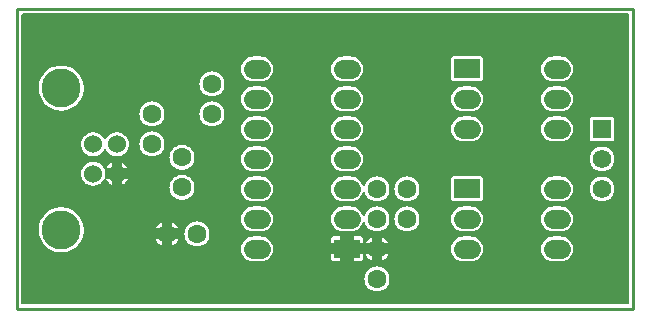
<source format=gbr>
G04 Layer: BottomLayer*
G04 EasyEDA v6.4.31, 2022-01-30 11:41:32*
G04 57c3575010554ef89b770c7f971d9fae,8da0b385d4f3487c845ab04df2d2fc66,10*
G04 Gerber Generator version 0.2*
G04 Scale: 100 percent, Rotated: No, Reflected: No *
G04 Dimensions in millimeters *
G04 leading zeros omitted , absolute positions ,4 integer and 5 decimal *
%FSLAX45Y45*%
%MOMM*%

%ADD10C,0.2540*%
%ADD11C,1.6000*%
%ADD12C,1.5748*%
%ADD13R,1.5748X1.5748*%
%ADD14R,2.2000X1.6000*%
%ADD15C,1.5240*%
%ADD16C,3.3000*%

%LPD*%
G36*
X48260Y38100D02*
G01*
X44348Y38862D01*
X41097Y41097D01*
X38862Y44348D01*
X38100Y48260D01*
X38100Y2491740D01*
X38862Y2495651D01*
X41097Y2498902D01*
X44348Y2501138D01*
X48260Y2501900D01*
X5171440Y2501900D01*
X5175351Y2501138D01*
X5178602Y2498902D01*
X5180838Y2495651D01*
X5181600Y2491740D01*
X5181600Y48260D01*
X5180838Y44348D01*
X5178602Y41097D01*
X5175351Y38862D01*
X5171440Y38100D01*
G37*

%LPC*%
G36*
X3048000Y148132D02*
G01*
X3061817Y148996D01*
X3075381Y151739D01*
X3088538Y156159D01*
X3100933Y162306D01*
X3112465Y169976D01*
X3122879Y179120D01*
X3132023Y189534D01*
X3139694Y201066D01*
X3145840Y213461D01*
X3150260Y226618D01*
X3153003Y240182D01*
X3153867Y254000D01*
X3153003Y267817D01*
X3150260Y281381D01*
X3145840Y294538D01*
X3139694Y306933D01*
X3132023Y318465D01*
X3122879Y328879D01*
X3112465Y338023D01*
X3100933Y345694D01*
X3088538Y351840D01*
X3075381Y356260D01*
X3061817Y359003D01*
X3048000Y359867D01*
X3034182Y359003D01*
X3020618Y356260D01*
X3007461Y351840D01*
X2995066Y345694D01*
X2983534Y338023D01*
X2973120Y328879D01*
X2963976Y318465D01*
X2956306Y306933D01*
X2950159Y294538D01*
X2945739Y281381D01*
X2942996Y267817D01*
X2942132Y254000D01*
X2942996Y240182D01*
X2945739Y226618D01*
X2950159Y213461D01*
X2956306Y201066D01*
X2963976Y189534D01*
X2973120Y179120D01*
X2983534Y169976D01*
X2995066Y162306D01*
X3007461Y156159D01*
X3020618Y151739D01*
X3034182Y148996D01*
G37*
G36*
X2855366Y402082D02*
G01*
X2903423Y402082D01*
X2909773Y402793D01*
X2915208Y404723D01*
X2920136Y407771D01*
X2924200Y411886D01*
X2927299Y416763D01*
X2929178Y422249D01*
X2929890Y428548D01*
X2929890Y461670D01*
X2855366Y461670D01*
G37*
G36*
X2684576Y402082D02*
G01*
X2732633Y402082D01*
X2732633Y461670D01*
X2658110Y461670D01*
X2658110Y428548D01*
X2658821Y422249D01*
X2660700Y416763D01*
X2663799Y411886D01*
X2667863Y407771D01*
X2672791Y404723D01*
X2678226Y402793D01*
G37*
G36*
X2002332Y402082D02*
G01*
X2061667Y402082D01*
X2075840Y402996D01*
X2089404Y405739D01*
X2102510Y410159D01*
X2114956Y416306D01*
X2126437Y423976D01*
X2136851Y433120D01*
X2145995Y443534D01*
X2153716Y455066D01*
X2159812Y467461D01*
X2164283Y480618D01*
X2166975Y494182D01*
X2167890Y508000D01*
X2166975Y521817D01*
X2164283Y535381D01*
X2159812Y548538D01*
X2153716Y560933D01*
X2145995Y572465D01*
X2136851Y582879D01*
X2126437Y592023D01*
X2114956Y599694D01*
X2102510Y605840D01*
X2089404Y610260D01*
X2075840Y613003D01*
X2061667Y613918D01*
X2002332Y613918D01*
X1988159Y613003D01*
X1974596Y610260D01*
X1961489Y605840D01*
X1949043Y599694D01*
X1937562Y592023D01*
X1927148Y582879D01*
X1918004Y572465D01*
X1910283Y560933D01*
X1904187Y548538D01*
X1899716Y535381D01*
X1897024Y521817D01*
X1896110Y508000D01*
X1897024Y494182D01*
X1899716Y480618D01*
X1904187Y467461D01*
X1910283Y455066D01*
X1918004Y443534D01*
X1927148Y433120D01*
X1937562Y423976D01*
X1949043Y416306D01*
X1961489Y410159D01*
X1974596Y405739D01*
X1988159Y402996D01*
G37*
G36*
X3780332Y402082D02*
G01*
X3839667Y402082D01*
X3853840Y402996D01*
X3867404Y405739D01*
X3880510Y410159D01*
X3892956Y416306D01*
X3904437Y423976D01*
X3914851Y433120D01*
X3923995Y443534D01*
X3931716Y455066D01*
X3937812Y467461D01*
X3942283Y480618D01*
X3944975Y494182D01*
X3945890Y508000D01*
X3944975Y521817D01*
X3942283Y535381D01*
X3937812Y548538D01*
X3931716Y560933D01*
X3923995Y572465D01*
X3914851Y582879D01*
X3904437Y592023D01*
X3892956Y599694D01*
X3880510Y605840D01*
X3867404Y610260D01*
X3853840Y613003D01*
X3839667Y613918D01*
X3780332Y613918D01*
X3766159Y613003D01*
X3752596Y610260D01*
X3739489Y605840D01*
X3727043Y599694D01*
X3715562Y592023D01*
X3705148Y582879D01*
X3696004Y572465D01*
X3688283Y560933D01*
X3682187Y548538D01*
X3677716Y535381D01*
X3675024Y521817D01*
X3674110Y508000D01*
X3675024Y494182D01*
X3677716Y480618D01*
X3682187Y467461D01*
X3688283Y455066D01*
X3696004Y443534D01*
X3705148Y433120D01*
X3715562Y423976D01*
X3727043Y416306D01*
X3739489Y410159D01*
X3752596Y405739D01*
X3766159Y402996D01*
G37*
G36*
X4542332Y402082D02*
G01*
X4601667Y402082D01*
X4615840Y402996D01*
X4629404Y405739D01*
X4642510Y410159D01*
X4654956Y416306D01*
X4666437Y423976D01*
X4676851Y433120D01*
X4685995Y443534D01*
X4693716Y455066D01*
X4699812Y467461D01*
X4704283Y480618D01*
X4706975Y494182D01*
X4707890Y508000D01*
X4706975Y521817D01*
X4704283Y535381D01*
X4699812Y548538D01*
X4693716Y560933D01*
X4685995Y572465D01*
X4676851Y582879D01*
X4666437Y592023D01*
X4654956Y599694D01*
X4642510Y605840D01*
X4629404Y610260D01*
X4615840Y613003D01*
X4601667Y613918D01*
X4542332Y613918D01*
X4528159Y613003D01*
X4514596Y610260D01*
X4501489Y605840D01*
X4489043Y599694D01*
X4477562Y592023D01*
X4467148Y582879D01*
X4458004Y572465D01*
X4450283Y560933D01*
X4444187Y548538D01*
X4439716Y535381D01*
X4437024Y521817D01*
X4436110Y508000D01*
X4437024Y494182D01*
X4439716Y480618D01*
X4444187Y467461D01*
X4450283Y455066D01*
X4458004Y443534D01*
X4467148Y433120D01*
X4477562Y423976D01*
X4489043Y416306D01*
X4501489Y410159D01*
X4514596Y405739D01*
X4528159Y402996D01*
G37*
G36*
X3001670Y413054D02*
G01*
X3001670Y461670D01*
X2953054Y461670D01*
X2956306Y455066D01*
X2963976Y443534D01*
X2973120Y433120D01*
X2983534Y423976D01*
X2995066Y416306D01*
G37*
G36*
X3094329Y413054D02*
G01*
X3100933Y416306D01*
X3112465Y423976D01*
X3122879Y433120D01*
X3132023Y443534D01*
X3139694Y455066D01*
X3142945Y461670D01*
X3094329Y461670D01*
G37*
G36*
X364591Y479348D02*
G01*
X383590Y479348D01*
X402539Y481228D01*
X421182Y485038D01*
X439369Y490626D01*
X456946Y498043D01*
X473659Y507136D01*
X489356Y517855D01*
X503935Y530098D01*
X517245Y543712D01*
X529082Y558596D01*
X539394Y574548D01*
X548081Y591515D01*
X555040Y609193D01*
X560222Y627532D01*
X563524Y646277D01*
X564946Y665226D01*
X564438Y684276D01*
X562102Y703173D01*
X557834Y721715D01*
X551789Y739749D01*
X543966Y757072D01*
X534466Y773582D01*
X523341Y789025D01*
X510743Y803300D01*
X496824Y816254D01*
X481634Y827735D01*
X465378Y837641D01*
X448259Y845921D01*
X430377Y852424D01*
X411937Y857097D01*
X393090Y859942D01*
X374091Y860907D01*
X355092Y859942D01*
X336296Y857097D01*
X317804Y852424D01*
X299923Y845921D01*
X282803Y837641D01*
X266547Y827735D01*
X251409Y816254D01*
X237439Y803300D01*
X224840Y789025D01*
X213715Y773582D01*
X204216Y757072D01*
X196392Y739749D01*
X190347Y721715D01*
X186080Y703173D01*
X183743Y684276D01*
X183235Y665226D01*
X184658Y646277D01*
X188010Y627532D01*
X193141Y609193D01*
X200101Y591515D01*
X208788Y574548D01*
X219100Y558596D01*
X230987Y543712D01*
X244246Y530098D01*
X258825Y517855D01*
X274574Y507136D01*
X291287Y498043D01*
X308813Y490626D01*
X326999Y485038D01*
X345643Y481228D01*
G37*
G36*
X1524000Y529132D02*
G01*
X1537817Y529996D01*
X1551381Y532739D01*
X1564538Y537159D01*
X1576933Y543306D01*
X1588465Y550976D01*
X1598879Y560120D01*
X1608023Y570534D01*
X1615694Y582066D01*
X1621840Y594461D01*
X1626260Y607618D01*
X1629003Y621182D01*
X1629867Y635000D01*
X1629003Y648817D01*
X1626260Y662381D01*
X1621840Y675538D01*
X1615694Y687933D01*
X1608023Y699465D01*
X1598879Y709879D01*
X1588465Y719023D01*
X1576933Y726694D01*
X1564538Y732840D01*
X1551381Y737260D01*
X1537817Y740003D01*
X1524000Y740867D01*
X1510182Y740003D01*
X1496618Y737260D01*
X1483461Y732840D01*
X1471066Y726694D01*
X1459534Y719023D01*
X1449120Y709879D01*
X1439976Y699465D01*
X1432306Y687933D01*
X1426159Y675538D01*
X1421739Y662381D01*
X1418996Y648817D01*
X1418132Y635000D01*
X1418996Y621182D01*
X1421739Y607618D01*
X1426159Y594461D01*
X1432306Y582066D01*
X1439976Y570534D01*
X1449120Y560120D01*
X1459534Y550976D01*
X1471066Y543306D01*
X1483461Y537159D01*
X1496618Y532739D01*
X1510182Y529996D01*
G37*
G36*
X1316329Y540054D02*
G01*
X1322933Y543306D01*
X1334465Y550976D01*
X1344879Y560120D01*
X1354023Y570534D01*
X1361694Y582066D01*
X1364945Y588670D01*
X1316329Y588670D01*
G37*
G36*
X1223670Y540054D02*
G01*
X1223670Y588670D01*
X1175054Y588670D01*
X1178306Y582066D01*
X1185976Y570534D01*
X1195120Y560120D01*
X1205534Y550976D01*
X1217066Y543306D01*
G37*
G36*
X2953054Y554329D02*
G01*
X3001670Y554329D01*
X3001670Y602945D01*
X2995066Y599694D01*
X2983534Y592023D01*
X2973120Y582879D01*
X2963976Y572465D01*
X2956306Y560933D01*
G37*
G36*
X3094329Y554329D02*
G01*
X3142945Y554329D01*
X3139694Y560933D01*
X3132023Y572465D01*
X3122879Y582879D01*
X3112465Y592023D01*
X3100933Y599694D01*
X3094329Y602945D01*
G37*
G36*
X2658110Y554329D02*
G01*
X2732633Y554329D01*
X2732633Y613918D01*
X2684576Y613918D01*
X2678226Y613206D01*
X2672791Y611276D01*
X2667863Y608228D01*
X2663799Y604113D01*
X2660700Y599236D01*
X2658821Y593750D01*
X2658110Y587451D01*
G37*
G36*
X2855366Y554329D02*
G01*
X2929890Y554329D01*
X2929890Y587451D01*
X2929178Y593750D01*
X2927299Y599236D01*
X2924200Y604113D01*
X2920136Y608228D01*
X2915208Y611276D01*
X2909773Y613206D01*
X2903423Y613918D01*
X2855366Y613918D01*
G37*
G36*
X2002332Y656082D02*
G01*
X2061667Y656082D01*
X2075840Y656996D01*
X2089404Y659739D01*
X2102510Y664159D01*
X2114956Y670306D01*
X2126437Y677976D01*
X2136851Y687120D01*
X2145995Y697534D01*
X2153716Y709066D01*
X2159812Y721461D01*
X2164283Y734618D01*
X2166975Y748182D01*
X2167890Y762000D01*
X2166975Y775817D01*
X2164283Y789381D01*
X2159812Y802538D01*
X2153716Y814933D01*
X2145995Y826465D01*
X2136851Y836879D01*
X2126437Y846023D01*
X2114956Y853694D01*
X2102510Y859840D01*
X2089404Y864260D01*
X2075840Y867003D01*
X2061667Y867918D01*
X2002332Y867918D01*
X1988159Y867003D01*
X1974596Y864260D01*
X1961489Y859840D01*
X1949043Y853694D01*
X1937562Y846023D01*
X1927148Y836879D01*
X1918004Y826465D01*
X1910283Y814933D01*
X1904187Y802538D01*
X1899716Y789381D01*
X1897024Y775817D01*
X1896110Y762000D01*
X1897024Y748182D01*
X1899716Y734618D01*
X1904187Y721461D01*
X1910283Y709066D01*
X1918004Y697534D01*
X1927148Y687120D01*
X1937562Y677976D01*
X1949043Y670306D01*
X1961489Y664159D01*
X1974596Y659739D01*
X1988159Y656996D01*
G37*
G36*
X3780332Y656082D02*
G01*
X3839667Y656082D01*
X3853840Y656996D01*
X3867404Y659739D01*
X3880510Y664159D01*
X3892956Y670306D01*
X3904437Y677976D01*
X3914851Y687120D01*
X3923995Y697534D01*
X3931716Y709066D01*
X3937812Y721461D01*
X3942283Y734618D01*
X3944975Y748182D01*
X3945890Y762000D01*
X3944975Y775817D01*
X3942283Y789381D01*
X3937812Y802538D01*
X3931716Y814933D01*
X3923995Y826465D01*
X3914851Y836879D01*
X3904437Y846023D01*
X3892956Y853694D01*
X3880510Y859840D01*
X3867404Y864260D01*
X3853840Y867003D01*
X3839667Y867918D01*
X3780332Y867918D01*
X3766159Y867003D01*
X3752596Y864260D01*
X3739489Y859840D01*
X3727043Y853694D01*
X3715562Y846023D01*
X3705148Y836879D01*
X3696004Y826465D01*
X3688283Y814933D01*
X3682187Y802538D01*
X3677716Y789381D01*
X3675024Y775817D01*
X3674110Y762000D01*
X3675024Y748182D01*
X3677716Y734618D01*
X3682187Y721461D01*
X3688283Y709066D01*
X3696004Y697534D01*
X3705148Y687120D01*
X3715562Y677976D01*
X3727043Y670306D01*
X3739489Y664159D01*
X3752596Y659739D01*
X3766159Y656996D01*
G37*
G36*
X4542332Y656082D02*
G01*
X4601667Y656082D01*
X4615840Y656996D01*
X4629404Y659739D01*
X4642510Y664159D01*
X4654956Y670306D01*
X4666437Y677976D01*
X4676851Y687120D01*
X4685995Y697534D01*
X4693716Y709066D01*
X4699812Y721461D01*
X4704283Y734618D01*
X4706975Y748182D01*
X4707890Y762000D01*
X4706975Y775817D01*
X4704283Y789381D01*
X4699812Y802538D01*
X4693716Y814933D01*
X4685995Y826465D01*
X4676851Y836879D01*
X4666437Y846023D01*
X4654956Y853694D01*
X4642510Y859840D01*
X4629404Y864260D01*
X4615840Y867003D01*
X4601667Y867918D01*
X4542332Y867918D01*
X4528159Y867003D01*
X4514596Y864260D01*
X4501489Y859840D01*
X4489043Y853694D01*
X4477562Y846023D01*
X4467148Y836879D01*
X4458004Y826465D01*
X4450283Y814933D01*
X4444187Y802538D01*
X4439716Y789381D01*
X4437024Y775817D01*
X4436110Y762000D01*
X4437024Y748182D01*
X4439716Y734618D01*
X4444187Y721461D01*
X4450283Y709066D01*
X4458004Y697534D01*
X4467148Y687120D01*
X4477562Y677976D01*
X4489043Y670306D01*
X4501489Y664159D01*
X4514596Y659739D01*
X4528159Y656996D01*
G37*
G36*
X2764332Y656082D02*
G01*
X2823667Y656082D01*
X2837840Y656996D01*
X2851404Y659739D01*
X2864510Y664159D01*
X2876956Y670306D01*
X2888437Y677976D01*
X2898851Y687120D01*
X2907995Y697534D01*
X2915716Y709066D01*
X2921812Y721461D01*
X2926384Y734872D01*
X2928518Y738479D01*
X2931922Y740918D01*
X2935986Y741781D01*
X2940100Y740918D01*
X2943504Y738479D01*
X2945638Y734872D01*
X2950159Y721461D01*
X2956306Y709066D01*
X2963976Y697534D01*
X2973120Y687120D01*
X2983534Y677976D01*
X2995066Y670306D01*
X3007461Y664159D01*
X3020618Y659739D01*
X3034182Y656996D01*
X3048000Y656132D01*
X3061817Y656996D01*
X3075381Y659739D01*
X3088538Y664159D01*
X3100933Y670306D01*
X3112465Y677976D01*
X3122879Y687120D01*
X3132023Y697534D01*
X3139694Y709066D01*
X3145840Y721461D01*
X3150260Y734618D01*
X3153003Y748182D01*
X3153867Y762000D01*
X3153003Y775817D01*
X3150260Y789381D01*
X3145840Y802538D01*
X3139694Y814933D01*
X3132023Y826465D01*
X3122879Y836879D01*
X3112465Y846023D01*
X3100933Y853694D01*
X3088538Y859840D01*
X3075381Y864260D01*
X3061817Y867003D01*
X3048000Y867867D01*
X3034182Y867003D01*
X3020618Y864260D01*
X3007461Y859840D01*
X2995066Y853694D01*
X2983534Y846023D01*
X2973120Y836879D01*
X2963976Y826465D01*
X2956306Y814933D01*
X2950159Y802538D01*
X2945638Y789127D01*
X2943504Y785520D01*
X2940100Y783082D01*
X2935986Y782218D01*
X2931922Y783082D01*
X2928518Y785520D01*
X2926384Y789127D01*
X2921812Y802538D01*
X2915716Y814933D01*
X2907995Y826465D01*
X2898851Y836879D01*
X2888437Y846023D01*
X2876956Y853694D01*
X2864510Y859840D01*
X2851404Y864260D01*
X2837840Y867003D01*
X2823667Y867918D01*
X2764332Y867918D01*
X2750159Y867003D01*
X2736596Y864260D01*
X2723489Y859840D01*
X2711043Y853694D01*
X2699562Y846023D01*
X2689148Y836879D01*
X2680004Y826465D01*
X2672283Y814933D01*
X2666187Y802538D01*
X2661716Y789381D01*
X2659024Y775817D01*
X2658110Y762000D01*
X2659024Y748182D01*
X2661716Y734618D01*
X2666187Y721461D01*
X2672283Y709066D01*
X2680004Y697534D01*
X2689148Y687120D01*
X2699562Y677976D01*
X2711043Y670306D01*
X2723489Y664159D01*
X2736596Y659739D01*
X2750159Y656996D01*
G37*
G36*
X3302000Y656132D02*
G01*
X3315817Y656996D01*
X3329381Y659739D01*
X3342538Y664159D01*
X3354933Y670306D01*
X3366465Y677976D01*
X3376879Y687120D01*
X3386023Y697534D01*
X3393694Y709066D01*
X3399840Y721461D01*
X3404260Y734618D01*
X3407003Y748182D01*
X3407867Y762000D01*
X3407003Y775817D01*
X3404260Y789381D01*
X3399840Y802538D01*
X3393694Y814933D01*
X3386023Y826465D01*
X3376879Y836879D01*
X3366465Y846023D01*
X3354933Y853694D01*
X3342538Y859840D01*
X3329381Y864260D01*
X3315817Y867003D01*
X3302000Y867867D01*
X3288182Y867003D01*
X3274618Y864260D01*
X3261461Y859840D01*
X3249066Y853694D01*
X3237534Y846023D01*
X3227120Y836879D01*
X3217976Y826465D01*
X3210306Y814933D01*
X3204159Y802538D01*
X3199739Y789381D01*
X3196996Y775817D01*
X3196132Y762000D01*
X3196996Y748182D01*
X3199739Y734618D01*
X3204159Y721461D01*
X3210306Y709066D01*
X3217976Y697534D01*
X3227120Y687120D01*
X3237534Y677976D01*
X3249066Y670306D01*
X3261461Y664159D01*
X3274618Y659739D01*
X3288182Y656996D01*
G37*
G36*
X1175054Y681329D02*
G01*
X1223670Y681329D01*
X1223670Y729945D01*
X1217066Y726694D01*
X1205534Y719023D01*
X1195120Y709879D01*
X1185976Y699465D01*
X1178306Y687933D01*
G37*
G36*
X1316329Y681329D02*
G01*
X1364945Y681329D01*
X1361694Y687933D01*
X1354023Y699465D01*
X1344879Y709879D01*
X1334465Y719023D01*
X1322933Y726694D01*
X1316329Y729945D01*
G37*
G36*
X2002332Y910082D02*
G01*
X2061667Y910082D01*
X2075840Y910996D01*
X2089404Y913739D01*
X2102510Y918159D01*
X2114956Y924306D01*
X2126437Y931976D01*
X2136851Y941120D01*
X2145995Y951534D01*
X2153716Y963066D01*
X2159812Y975461D01*
X2164283Y988618D01*
X2166975Y1002182D01*
X2167890Y1016000D01*
X2166975Y1029817D01*
X2164283Y1043381D01*
X2159812Y1056538D01*
X2153716Y1068933D01*
X2145995Y1080465D01*
X2136851Y1090879D01*
X2126437Y1100023D01*
X2114956Y1107694D01*
X2102510Y1113840D01*
X2089404Y1118260D01*
X2075840Y1121003D01*
X2061667Y1121918D01*
X2002332Y1121918D01*
X1988159Y1121003D01*
X1974596Y1118260D01*
X1961489Y1113840D01*
X1949043Y1107694D01*
X1937562Y1100023D01*
X1927148Y1090879D01*
X1918004Y1080465D01*
X1910283Y1068933D01*
X1904187Y1056538D01*
X1899716Y1043381D01*
X1897024Y1029817D01*
X1896110Y1016000D01*
X1897024Y1002182D01*
X1899716Y988618D01*
X1904187Y975461D01*
X1910283Y963066D01*
X1918004Y951534D01*
X1927148Y941120D01*
X1937562Y931976D01*
X1949043Y924306D01*
X1961489Y918159D01*
X1974596Y913739D01*
X1988159Y910996D01*
G37*
G36*
X4542332Y910082D02*
G01*
X4601667Y910082D01*
X4615840Y910996D01*
X4629404Y913739D01*
X4642510Y918159D01*
X4654956Y924306D01*
X4666437Y931976D01*
X4676851Y941120D01*
X4685995Y951534D01*
X4693716Y963066D01*
X4699812Y975461D01*
X4704283Y988618D01*
X4706975Y1002182D01*
X4707890Y1016000D01*
X4706975Y1029817D01*
X4704283Y1043381D01*
X4699812Y1056538D01*
X4693716Y1068933D01*
X4685995Y1080465D01*
X4676851Y1090879D01*
X4666437Y1100023D01*
X4654956Y1107694D01*
X4642510Y1113840D01*
X4629404Y1118260D01*
X4615840Y1121003D01*
X4601667Y1121918D01*
X4542332Y1121918D01*
X4528159Y1121003D01*
X4514596Y1118260D01*
X4501489Y1113840D01*
X4489043Y1107694D01*
X4477562Y1100023D01*
X4467148Y1090879D01*
X4458004Y1080465D01*
X4450283Y1068933D01*
X4444187Y1056538D01*
X4439716Y1043381D01*
X4437024Y1029817D01*
X4436110Y1016000D01*
X4437024Y1002182D01*
X4439716Y988618D01*
X4444187Y975461D01*
X4450283Y963066D01*
X4458004Y951534D01*
X4467148Y941120D01*
X4477562Y931976D01*
X4489043Y924306D01*
X4501489Y918159D01*
X4514596Y913739D01*
X4528159Y910996D01*
G37*
G36*
X3700576Y910082D02*
G01*
X3919423Y910082D01*
X3925773Y910793D01*
X3931208Y912723D01*
X3936136Y915771D01*
X3940200Y919886D01*
X3943299Y924763D01*
X3945178Y930249D01*
X3945890Y936548D01*
X3945890Y1095451D01*
X3945178Y1101750D01*
X3943299Y1107236D01*
X3940200Y1112113D01*
X3936136Y1116228D01*
X3931208Y1119276D01*
X3925773Y1121206D01*
X3919423Y1121918D01*
X3700576Y1121918D01*
X3694226Y1121206D01*
X3688791Y1119276D01*
X3683863Y1116228D01*
X3679799Y1112113D01*
X3676700Y1107236D01*
X3674821Y1101750D01*
X3674110Y1095451D01*
X3674110Y936548D01*
X3674821Y930249D01*
X3676700Y924763D01*
X3679799Y919886D01*
X3683863Y915771D01*
X3688791Y912723D01*
X3694226Y910793D01*
G37*
G36*
X2764332Y910082D02*
G01*
X2823667Y910082D01*
X2837840Y910996D01*
X2851404Y913739D01*
X2864510Y918159D01*
X2876956Y924306D01*
X2888437Y931976D01*
X2898851Y941120D01*
X2907995Y951534D01*
X2915716Y963066D01*
X2921812Y975461D01*
X2926384Y988872D01*
X2928518Y992479D01*
X2931922Y994918D01*
X2935986Y995781D01*
X2940100Y994918D01*
X2943504Y992479D01*
X2945638Y988872D01*
X2950159Y975461D01*
X2956306Y963066D01*
X2963976Y951534D01*
X2973120Y941120D01*
X2983534Y931976D01*
X2995066Y924306D01*
X3007461Y918159D01*
X3020618Y913739D01*
X3034182Y910996D01*
X3048000Y910132D01*
X3061817Y910996D01*
X3075381Y913739D01*
X3088538Y918159D01*
X3100933Y924306D01*
X3112465Y931976D01*
X3122879Y941120D01*
X3132023Y951534D01*
X3139694Y963066D01*
X3145840Y975461D01*
X3150260Y988618D01*
X3153003Y1002182D01*
X3153867Y1016000D01*
X3153003Y1029817D01*
X3150260Y1043381D01*
X3145840Y1056538D01*
X3139694Y1068933D01*
X3132023Y1080465D01*
X3122879Y1090879D01*
X3112465Y1100023D01*
X3100933Y1107694D01*
X3088538Y1113840D01*
X3075381Y1118260D01*
X3061817Y1121003D01*
X3048000Y1121867D01*
X3034182Y1121003D01*
X3020618Y1118260D01*
X3007461Y1113840D01*
X2995066Y1107694D01*
X2983534Y1100023D01*
X2973120Y1090879D01*
X2963976Y1080465D01*
X2956306Y1068933D01*
X2950159Y1056538D01*
X2945638Y1043127D01*
X2943504Y1039520D01*
X2940100Y1037082D01*
X2935986Y1036218D01*
X2931922Y1037082D01*
X2928518Y1039520D01*
X2926384Y1043127D01*
X2921812Y1056538D01*
X2915716Y1068933D01*
X2907995Y1080465D01*
X2898851Y1090879D01*
X2888437Y1100023D01*
X2876956Y1107694D01*
X2864510Y1113840D01*
X2851404Y1118260D01*
X2837840Y1121003D01*
X2823667Y1121918D01*
X2764332Y1121918D01*
X2750159Y1121003D01*
X2736596Y1118260D01*
X2723489Y1113840D01*
X2711043Y1107694D01*
X2699562Y1100023D01*
X2689148Y1090879D01*
X2680004Y1080465D01*
X2672283Y1068933D01*
X2666187Y1056538D01*
X2661716Y1043381D01*
X2659024Y1029817D01*
X2658110Y1016000D01*
X2659024Y1002182D01*
X2661716Y988618D01*
X2666187Y975461D01*
X2672283Y963066D01*
X2680004Y951534D01*
X2689148Y941120D01*
X2699562Y931976D01*
X2711043Y924306D01*
X2723489Y918159D01*
X2736596Y913739D01*
X2750159Y910996D01*
G37*
G36*
X3302000Y910132D02*
G01*
X3315817Y910996D01*
X3329381Y913739D01*
X3342538Y918159D01*
X3354933Y924306D01*
X3366465Y931976D01*
X3376879Y941120D01*
X3386023Y951534D01*
X3393694Y963066D01*
X3399840Y975461D01*
X3404260Y988618D01*
X3407003Y1002182D01*
X3407867Y1016000D01*
X3407003Y1029817D01*
X3404260Y1043381D01*
X3399840Y1056538D01*
X3393694Y1068933D01*
X3386023Y1080465D01*
X3376879Y1090879D01*
X3366465Y1100023D01*
X3354933Y1107694D01*
X3342538Y1113840D01*
X3329381Y1118260D01*
X3315817Y1121003D01*
X3302000Y1121867D01*
X3288182Y1121003D01*
X3274618Y1118260D01*
X3261461Y1113840D01*
X3249066Y1107694D01*
X3237534Y1100023D01*
X3227120Y1090879D01*
X3217976Y1080465D01*
X3210306Y1068933D01*
X3204159Y1056538D01*
X3199739Y1043381D01*
X3196996Y1029817D01*
X3196132Y1016000D01*
X3196996Y1002182D01*
X3199739Y988618D01*
X3204159Y975461D01*
X3210306Y963066D01*
X3217976Y951534D01*
X3227120Y941120D01*
X3237534Y931976D01*
X3249066Y924306D01*
X3261461Y918159D01*
X3274618Y913739D01*
X3288182Y910996D01*
G37*
G36*
X4953000Y911352D02*
G01*
X4966665Y912266D01*
X4980076Y914958D01*
X4993030Y919327D01*
X5005324Y925372D01*
X5016703Y932992D01*
X5026964Y942035D01*
X5036007Y952296D01*
X5043627Y963676D01*
X5049672Y975969D01*
X5054041Y988923D01*
X5056733Y1002334D01*
X5057648Y1016000D01*
X5056733Y1029665D01*
X5054041Y1043076D01*
X5049672Y1056030D01*
X5043627Y1068324D01*
X5036007Y1079703D01*
X5026964Y1089964D01*
X5016703Y1099007D01*
X5005324Y1106627D01*
X4993030Y1112672D01*
X4980076Y1117041D01*
X4966665Y1119733D01*
X4953000Y1120648D01*
X4939334Y1119733D01*
X4925923Y1117041D01*
X4912969Y1112672D01*
X4900676Y1106627D01*
X4889296Y1099007D01*
X4879035Y1089964D01*
X4869992Y1079703D01*
X4862372Y1068324D01*
X4856327Y1056030D01*
X4851958Y1043076D01*
X4849266Y1029665D01*
X4848352Y1016000D01*
X4849266Y1002334D01*
X4851958Y988923D01*
X4856327Y975969D01*
X4862372Y963676D01*
X4869992Y952296D01*
X4879035Y942035D01*
X4889296Y932992D01*
X4900676Y925372D01*
X4912969Y919327D01*
X4925923Y914958D01*
X4939334Y912266D01*
G37*
G36*
X1397000Y922832D02*
G01*
X1410817Y923696D01*
X1424381Y926439D01*
X1437538Y930859D01*
X1449933Y937006D01*
X1461465Y944676D01*
X1471879Y953820D01*
X1481023Y964234D01*
X1488694Y975766D01*
X1494840Y988161D01*
X1499260Y1001318D01*
X1502003Y1014882D01*
X1502867Y1028700D01*
X1502003Y1042517D01*
X1499260Y1056081D01*
X1494840Y1069238D01*
X1488694Y1081633D01*
X1481023Y1093165D01*
X1471879Y1103579D01*
X1461465Y1112723D01*
X1449933Y1120394D01*
X1437538Y1126540D01*
X1424381Y1130960D01*
X1410817Y1133703D01*
X1397000Y1134567D01*
X1383182Y1133703D01*
X1369618Y1130960D01*
X1356461Y1126540D01*
X1344066Y1120394D01*
X1332534Y1112723D01*
X1322120Y1103579D01*
X1312976Y1093165D01*
X1305306Y1081633D01*
X1299159Y1069238D01*
X1294739Y1056081D01*
X1291996Y1042517D01*
X1291132Y1028700D01*
X1291996Y1014882D01*
X1294739Y1001318D01*
X1299159Y988161D01*
X1305306Y975766D01*
X1312976Y964234D01*
X1322120Y953820D01*
X1332534Y944676D01*
X1344066Y937006D01*
X1356461Y930859D01*
X1369618Y926439D01*
X1383182Y923696D01*
G37*
G36*
X638302Y1043127D02*
G01*
X651916Y1043127D01*
X665429Y1044956D01*
X678586Y1048562D01*
X691134Y1053896D01*
X702868Y1060856D01*
X713587Y1069289D01*
X723036Y1079093D01*
X731164Y1090066D01*
X736193Y1099261D01*
X739038Y1102512D01*
X742950Y1104341D01*
X744220Y1104341D01*
X742594Y1106678D01*
X741781Y1110488D01*
X742594Y1114755D01*
X745744Y1128014D01*
X747115Y1141577D01*
X746658Y1155242D01*
X744423Y1168654D01*
X742035Y1176274D01*
X741629Y1180033D01*
X742594Y1183690D01*
X744016Y1185672D01*
X741324Y1186180D01*
X738124Y1188262D01*
X735888Y1191361D01*
X734618Y1194054D01*
X727303Y1205585D01*
X718464Y1215999D01*
X708355Y1225143D01*
X697128Y1232865D01*
X684936Y1239012D01*
X672084Y1243482D01*
X658723Y1246174D01*
X645109Y1247089D01*
X631494Y1246174D01*
X618134Y1243482D01*
X605231Y1239012D01*
X593090Y1232865D01*
X581812Y1225143D01*
X571703Y1215999D01*
X562914Y1205585D01*
X555548Y1194054D01*
X549808Y1181709D01*
X545795Y1168654D01*
X543509Y1155242D01*
X543052Y1141577D01*
X544423Y1128014D01*
X547573Y1114755D01*
X552500Y1102055D01*
X559054Y1090066D01*
X567131Y1079093D01*
X576630Y1069289D01*
X587298Y1060856D01*
X599033Y1053896D01*
X611632Y1048562D01*
X624738Y1044956D01*
G37*
G36*
X889558Y1053236D02*
G01*
X891133Y1053896D01*
X902868Y1060856D01*
X913587Y1069289D01*
X923036Y1079093D01*
X931164Y1090066D01*
X936904Y1100531D01*
X889558Y1100531D01*
G37*
G36*
X800658Y1053236D02*
G01*
X800658Y1100531D01*
X752906Y1100531D01*
X754024Y1099261D01*
X759053Y1090066D01*
X767130Y1079093D01*
X776630Y1069289D01*
X787298Y1060856D01*
X799033Y1053896D01*
G37*
G36*
X2002332Y1164082D02*
G01*
X2061667Y1164082D01*
X2075840Y1164996D01*
X2089404Y1167739D01*
X2102510Y1172159D01*
X2114956Y1178306D01*
X2126437Y1185976D01*
X2136851Y1195120D01*
X2145995Y1205534D01*
X2153716Y1217066D01*
X2159812Y1229461D01*
X2164283Y1242618D01*
X2166975Y1256182D01*
X2167890Y1270000D01*
X2166975Y1283817D01*
X2164283Y1297381D01*
X2159812Y1310538D01*
X2153716Y1322933D01*
X2145995Y1334465D01*
X2136851Y1344879D01*
X2126437Y1354023D01*
X2114956Y1361694D01*
X2102510Y1367840D01*
X2089404Y1372260D01*
X2075840Y1375003D01*
X2061667Y1375918D01*
X2002332Y1375918D01*
X1988159Y1375003D01*
X1974596Y1372260D01*
X1961489Y1367840D01*
X1949043Y1361694D01*
X1937562Y1354023D01*
X1927148Y1344879D01*
X1918004Y1334465D01*
X1910283Y1322933D01*
X1904187Y1310538D01*
X1899716Y1297381D01*
X1897024Y1283817D01*
X1896110Y1270000D01*
X1897024Y1256182D01*
X1899716Y1242618D01*
X1904187Y1229461D01*
X1910283Y1217066D01*
X1918004Y1205534D01*
X1927148Y1195120D01*
X1937562Y1185976D01*
X1949043Y1178306D01*
X1961489Y1172159D01*
X1974596Y1167739D01*
X1988159Y1164996D01*
G37*
G36*
X2764332Y1164082D02*
G01*
X2823667Y1164082D01*
X2837840Y1164996D01*
X2851404Y1167739D01*
X2864510Y1172159D01*
X2876956Y1178306D01*
X2888437Y1185976D01*
X2898851Y1195120D01*
X2907995Y1205534D01*
X2915716Y1217066D01*
X2921812Y1229461D01*
X2926283Y1242618D01*
X2928975Y1256182D01*
X2929890Y1270000D01*
X2928975Y1283817D01*
X2926283Y1297381D01*
X2921812Y1310538D01*
X2915716Y1322933D01*
X2907995Y1334465D01*
X2898851Y1344879D01*
X2888437Y1354023D01*
X2876956Y1361694D01*
X2864510Y1367840D01*
X2851404Y1372260D01*
X2837840Y1375003D01*
X2823667Y1375918D01*
X2764332Y1375918D01*
X2750159Y1375003D01*
X2736596Y1372260D01*
X2723489Y1367840D01*
X2711043Y1361694D01*
X2699562Y1354023D01*
X2689148Y1344879D01*
X2680004Y1334465D01*
X2672283Y1322933D01*
X2666187Y1310538D01*
X2661716Y1297381D01*
X2659024Y1283817D01*
X2658110Y1270000D01*
X2659024Y1256182D01*
X2661716Y1242618D01*
X2666187Y1229461D01*
X2672283Y1217066D01*
X2680004Y1205534D01*
X2689148Y1195120D01*
X2699562Y1185976D01*
X2711043Y1178306D01*
X2723489Y1172159D01*
X2736596Y1167739D01*
X2750159Y1164996D01*
G37*
G36*
X4953000Y1165352D02*
G01*
X4966665Y1166266D01*
X4980076Y1168958D01*
X4993030Y1173327D01*
X5005324Y1179372D01*
X5016703Y1186992D01*
X5026964Y1196035D01*
X5036007Y1206296D01*
X5043627Y1217676D01*
X5049672Y1229969D01*
X5054041Y1242923D01*
X5056733Y1256334D01*
X5057648Y1270000D01*
X5056733Y1283665D01*
X5054041Y1297076D01*
X5049672Y1310030D01*
X5043627Y1322324D01*
X5036007Y1333703D01*
X5026964Y1343964D01*
X5016703Y1353007D01*
X5005324Y1360627D01*
X4993030Y1366672D01*
X4980076Y1371041D01*
X4966665Y1373733D01*
X4953000Y1374648D01*
X4939334Y1373733D01*
X4925923Y1371041D01*
X4912969Y1366672D01*
X4900676Y1360627D01*
X4889296Y1353007D01*
X4879035Y1343964D01*
X4869992Y1333703D01*
X4862372Y1322324D01*
X4856327Y1310030D01*
X4851958Y1297076D01*
X4849266Y1283665D01*
X4848352Y1270000D01*
X4849266Y1256334D01*
X4851958Y1242923D01*
X4856327Y1229969D01*
X4862372Y1217676D01*
X4869992Y1206296D01*
X4879035Y1196035D01*
X4889296Y1186992D01*
X4900676Y1179372D01*
X4912969Y1173327D01*
X4925923Y1168958D01*
X4939334Y1166266D01*
G37*
G36*
X1397000Y1176832D02*
G01*
X1410817Y1177696D01*
X1424381Y1180439D01*
X1437538Y1184859D01*
X1449933Y1191006D01*
X1461465Y1198676D01*
X1471879Y1207820D01*
X1481023Y1218234D01*
X1488694Y1229766D01*
X1494840Y1242161D01*
X1499260Y1255318D01*
X1502003Y1268882D01*
X1502867Y1282700D01*
X1502003Y1296517D01*
X1499260Y1310081D01*
X1494840Y1323238D01*
X1488694Y1335633D01*
X1481023Y1347165D01*
X1471879Y1357579D01*
X1461465Y1366723D01*
X1449933Y1374394D01*
X1437538Y1380540D01*
X1424381Y1384960D01*
X1410817Y1387703D01*
X1397000Y1388567D01*
X1383182Y1387703D01*
X1369618Y1384960D01*
X1356461Y1380540D01*
X1344066Y1374394D01*
X1332534Y1366723D01*
X1322120Y1357579D01*
X1312976Y1347165D01*
X1305306Y1335633D01*
X1299159Y1323238D01*
X1294739Y1310081D01*
X1291996Y1296517D01*
X1291132Y1282700D01*
X1291996Y1268882D01*
X1294739Y1255318D01*
X1299159Y1242161D01*
X1305306Y1229766D01*
X1312976Y1218234D01*
X1322120Y1207820D01*
X1332534Y1198676D01*
X1344066Y1191006D01*
X1356461Y1184859D01*
X1369618Y1180439D01*
X1383182Y1177696D01*
G37*
G36*
X889558Y1189431D02*
G01*
X936752Y1189431D01*
X934618Y1194054D01*
X927303Y1205585D01*
X918464Y1215999D01*
X908354Y1225143D01*
X897128Y1232865D01*
X889558Y1236675D01*
G37*
G36*
X752957Y1189431D02*
G01*
X800658Y1189431D01*
X800658Y1236675D01*
X793089Y1232865D01*
X781812Y1225143D01*
X771702Y1215999D01*
X762914Y1205585D01*
X755548Y1194054D01*
X754329Y1191361D01*
G37*
G36*
X1143000Y1291132D02*
G01*
X1156817Y1291996D01*
X1170381Y1294739D01*
X1183538Y1299159D01*
X1195933Y1305306D01*
X1207465Y1312976D01*
X1217879Y1322120D01*
X1227023Y1332534D01*
X1234694Y1344066D01*
X1240840Y1356461D01*
X1245260Y1369618D01*
X1248003Y1383182D01*
X1248867Y1397000D01*
X1248003Y1410817D01*
X1245260Y1424381D01*
X1240840Y1437538D01*
X1234694Y1449933D01*
X1227023Y1461465D01*
X1217879Y1471879D01*
X1207465Y1481023D01*
X1195933Y1488694D01*
X1183538Y1494840D01*
X1170381Y1499260D01*
X1156817Y1502003D01*
X1143000Y1502867D01*
X1129182Y1502003D01*
X1115618Y1499260D01*
X1102461Y1494840D01*
X1090066Y1488694D01*
X1078534Y1481023D01*
X1068120Y1471879D01*
X1058976Y1461465D01*
X1051306Y1449933D01*
X1045159Y1437538D01*
X1040739Y1424381D01*
X1037996Y1410817D01*
X1037132Y1397000D01*
X1037996Y1383182D01*
X1040739Y1369618D01*
X1045159Y1356461D01*
X1051306Y1344066D01*
X1058976Y1332534D01*
X1068120Y1322120D01*
X1078534Y1312976D01*
X1090066Y1305306D01*
X1102461Y1299159D01*
X1115618Y1294739D01*
X1129182Y1291996D01*
G37*
G36*
X638302Y1293164D02*
G01*
X651916Y1293164D01*
X665429Y1294942D01*
X678586Y1298549D01*
X691134Y1303883D01*
X702868Y1310843D01*
X713587Y1319276D01*
X723036Y1329080D01*
X731164Y1340053D01*
X736193Y1349298D01*
X739038Y1352550D01*
X742950Y1354328D01*
X747268Y1354328D01*
X751179Y1352550D01*
X754024Y1349298D01*
X759053Y1340053D01*
X767130Y1329080D01*
X776630Y1319276D01*
X787298Y1310843D01*
X799033Y1303883D01*
X811631Y1298549D01*
X824737Y1294942D01*
X838301Y1293164D01*
X851916Y1293164D01*
X865428Y1294942D01*
X878586Y1298549D01*
X891133Y1303883D01*
X902868Y1310843D01*
X913587Y1319276D01*
X923036Y1329080D01*
X931164Y1340053D01*
X937717Y1352042D01*
X942594Y1364742D01*
X945743Y1378000D01*
X947115Y1391615D01*
X946658Y1405229D01*
X944422Y1418691D01*
X940358Y1431696D01*
X934618Y1444091D01*
X927303Y1455572D01*
X918464Y1465986D01*
X908354Y1475130D01*
X897128Y1482852D01*
X884936Y1488998D01*
X872083Y1493469D01*
X858723Y1496161D01*
X845108Y1497076D01*
X831494Y1496161D01*
X818134Y1493469D01*
X805230Y1488998D01*
X793089Y1482852D01*
X781812Y1475130D01*
X771702Y1465986D01*
X762914Y1455572D01*
X755548Y1444091D01*
X754329Y1441348D01*
X752094Y1438249D01*
X748842Y1436166D01*
X745083Y1435455D01*
X741324Y1436166D01*
X738124Y1438249D01*
X735888Y1441348D01*
X734618Y1444091D01*
X727303Y1455572D01*
X718464Y1465986D01*
X708355Y1475130D01*
X697128Y1482852D01*
X684936Y1488998D01*
X672084Y1493469D01*
X658723Y1496161D01*
X645109Y1497076D01*
X631494Y1496161D01*
X618134Y1493469D01*
X605231Y1488998D01*
X593090Y1482852D01*
X581812Y1475130D01*
X571703Y1465986D01*
X562914Y1455572D01*
X555548Y1444091D01*
X549808Y1431696D01*
X545795Y1418691D01*
X543509Y1405229D01*
X543052Y1391615D01*
X544423Y1378000D01*
X547573Y1364742D01*
X552500Y1352042D01*
X559054Y1340053D01*
X567131Y1329080D01*
X576630Y1319276D01*
X587298Y1310843D01*
X599033Y1303883D01*
X611632Y1298549D01*
X624738Y1294942D01*
G37*
G36*
X2002332Y1418082D02*
G01*
X2061667Y1418082D01*
X2075840Y1418996D01*
X2089404Y1421739D01*
X2102510Y1426159D01*
X2114956Y1432306D01*
X2126437Y1439976D01*
X2136851Y1449120D01*
X2145995Y1459534D01*
X2153716Y1471066D01*
X2159812Y1483461D01*
X2164283Y1496618D01*
X2166975Y1510182D01*
X2167890Y1524000D01*
X2166975Y1537817D01*
X2164283Y1551381D01*
X2159812Y1564538D01*
X2153716Y1576933D01*
X2145995Y1588465D01*
X2136851Y1598879D01*
X2126437Y1608023D01*
X2114956Y1615694D01*
X2102510Y1621840D01*
X2089404Y1626260D01*
X2075840Y1629003D01*
X2061667Y1629918D01*
X2002332Y1629918D01*
X1988159Y1629003D01*
X1974596Y1626260D01*
X1961489Y1621840D01*
X1949043Y1615694D01*
X1937562Y1608023D01*
X1927148Y1598879D01*
X1918004Y1588465D01*
X1910283Y1576933D01*
X1904187Y1564538D01*
X1899716Y1551381D01*
X1897024Y1537817D01*
X1896110Y1524000D01*
X1897024Y1510182D01*
X1899716Y1496618D01*
X1904187Y1483461D01*
X1910283Y1471066D01*
X1918004Y1459534D01*
X1927148Y1449120D01*
X1937562Y1439976D01*
X1949043Y1432306D01*
X1961489Y1426159D01*
X1974596Y1421739D01*
X1988159Y1418996D01*
G37*
G36*
X2764332Y1418082D02*
G01*
X2823667Y1418082D01*
X2837840Y1418996D01*
X2851404Y1421739D01*
X2864510Y1426159D01*
X2876956Y1432306D01*
X2888437Y1439976D01*
X2898851Y1449120D01*
X2907995Y1459534D01*
X2915716Y1471066D01*
X2921812Y1483461D01*
X2926283Y1496618D01*
X2928975Y1510182D01*
X2929890Y1524000D01*
X2928975Y1537817D01*
X2926283Y1551381D01*
X2921812Y1564538D01*
X2915716Y1576933D01*
X2907995Y1588465D01*
X2898851Y1598879D01*
X2888437Y1608023D01*
X2876956Y1615694D01*
X2864510Y1621840D01*
X2851404Y1626260D01*
X2837840Y1629003D01*
X2823667Y1629918D01*
X2764332Y1629918D01*
X2750159Y1629003D01*
X2736596Y1626260D01*
X2723489Y1621840D01*
X2711043Y1615694D01*
X2699562Y1608023D01*
X2689148Y1598879D01*
X2680004Y1588465D01*
X2672283Y1576933D01*
X2666187Y1564538D01*
X2661716Y1551381D01*
X2659024Y1537817D01*
X2658110Y1524000D01*
X2659024Y1510182D01*
X2661716Y1496618D01*
X2666187Y1483461D01*
X2672283Y1471066D01*
X2680004Y1459534D01*
X2689148Y1449120D01*
X2699562Y1439976D01*
X2711043Y1432306D01*
X2723489Y1426159D01*
X2736596Y1421739D01*
X2750159Y1418996D01*
G37*
G36*
X3780332Y1418082D02*
G01*
X3839667Y1418082D01*
X3853840Y1418996D01*
X3867404Y1421739D01*
X3880510Y1426159D01*
X3892956Y1432306D01*
X3904437Y1439976D01*
X3914851Y1449120D01*
X3923995Y1459534D01*
X3931716Y1471066D01*
X3937812Y1483461D01*
X3942283Y1496618D01*
X3944975Y1510182D01*
X3945890Y1524000D01*
X3944975Y1537817D01*
X3942283Y1551381D01*
X3937812Y1564538D01*
X3931716Y1576933D01*
X3923995Y1588465D01*
X3914851Y1598879D01*
X3904437Y1608023D01*
X3892956Y1615694D01*
X3880510Y1621840D01*
X3867404Y1626260D01*
X3853840Y1629003D01*
X3839667Y1629918D01*
X3780332Y1629918D01*
X3766159Y1629003D01*
X3752596Y1626260D01*
X3739489Y1621840D01*
X3727043Y1615694D01*
X3715562Y1608023D01*
X3705148Y1598879D01*
X3696004Y1588465D01*
X3688283Y1576933D01*
X3682187Y1564538D01*
X3677716Y1551381D01*
X3675024Y1537817D01*
X3674110Y1524000D01*
X3675024Y1510182D01*
X3677716Y1496618D01*
X3682187Y1483461D01*
X3688283Y1471066D01*
X3696004Y1459534D01*
X3705148Y1449120D01*
X3715562Y1439976D01*
X3727043Y1432306D01*
X3739489Y1426159D01*
X3752596Y1421739D01*
X3766159Y1418996D01*
G37*
G36*
X4542332Y1418082D02*
G01*
X4601667Y1418082D01*
X4615840Y1418996D01*
X4629404Y1421739D01*
X4642510Y1426159D01*
X4654956Y1432306D01*
X4666437Y1439976D01*
X4676851Y1449120D01*
X4685995Y1459534D01*
X4693716Y1471066D01*
X4699812Y1483461D01*
X4704283Y1496618D01*
X4706975Y1510182D01*
X4707890Y1524000D01*
X4706975Y1537817D01*
X4704283Y1551381D01*
X4699812Y1564538D01*
X4693716Y1576933D01*
X4685995Y1588465D01*
X4676851Y1598879D01*
X4666437Y1608023D01*
X4654956Y1615694D01*
X4642510Y1621840D01*
X4629404Y1626260D01*
X4615840Y1629003D01*
X4601667Y1629918D01*
X4542332Y1629918D01*
X4528159Y1629003D01*
X4514596Y1626260D01*
X4501489Y1621840D01*
X4489043Y1615694D01*
X4477562Y1608023D01*
X4467148Y1598879D01*
X4458004Y1588465D01*
X4450283Y1576933D01*
X4444187Y1564538D01*
X4439716Y1551381D01*
X4437024Y1537817D01*
X4436110Y1524000D01*
X4437024Y1510182D01*
X4439716Y1496618D01*
X4444187Y1483461D01*
X4450283Y1471066D01*
X4458004Y1459534D01*
X4467148Y1449120D01*
X4477562Y1439976D01*
X4489043Y1432306D01*
X4501489Y1426159D01*
X4514596Y1421739D01*
X4528159Y1418996D01*
G37*
G36*
X4874818Y1419352D02*
G01*
X5031181Y1419352D01*
X5037480Y1420063D01*
X5042966Y1421993D01*
X5047843Y1425041D01*
X5051958Y1429156D01*
X5055006Y1434033D01*
X5056936Y1439519D01*
X5057648Y1445818D01*
X5057648Y1602181D01*
X5056936Y1608480D01*
X5055006Y1613966D01*
X5051958Y1618843D01*
X5047843Y1622958D01*
X5042966Y1626006D01*
X5037480Y1627936D01*
X5031181Y1628648D01*
X4874818Y1628648D01*
X4868519Y1627936D01*
X4863033Y1626006D01*
X4858156Y1622958D01*
X4854041Y1618843D01*
X4850993Y1613966D01*
X4849063Y1608480D01*
X4848352Y1602181D01*
X4848352Y1445818D01*
X4849063Y1439519D01*
X4850993Y1434033D01*
X4854041Y1429156D01*
X4858156Y1425041D01*
X4863033Y1421993D01*
X4868519Y1420063D01*
G37*
G36*
X1651000Y1545132D02*
G01*
X1664817Y1545996D01*
X1678381Y1548739D01*
X1691538Y1553159D01*
X1703933Y1559306D01*
X1715465Y1566976D01*
X1725879Y1576120D01*
X1735023Y1586534D01*
X1742693Y1598066D01*
X1748840Y1610461D01*
X1753260Y1623618D01*
X1756003Y1637182D01*
X1756867Y1651000D01*
X1756003Y1664817D01*
X1753260Y1678381D01*
X1748840Y1691538D01*
X1742693Y1703933D01*
X1735023Y1715465D01*
X1725879Y1725879D01*
X1715465Y1735023D01*
X1703933Y1742693D01*
X1691538Y1748840D01*
X1678381Y1753260D01*
X1664817Y1756003D01*
X1651000Y1756867D01*
X1637182Y1756003D01*
X1623618Y1753260D01*
X1610461Y1748840D01*
X1598066Y1742693D01*
X1586534Y1735023D01*
X1576120Y1725879D01*
X1566976Y1715465D01*
X1559306Y1703933D01*
X1553159Y1691538D01*
X1548739Y1678381D01*
X1545996Y1664817D01*
X1545132Y1651000D01*
X1545996Y1637182D01*
X1548739Y1623618D01*
X1553159Y1610461D01*
X1559306Y1598066D01*
X1566976Y1586534D01*
X1576120Y1576120D01*
X1586534Y1566976D01*
X1598066Y1559306D01*
X1610461Y1553159D01*
X1623618Y1548739D01*
X1637182Y1545996D01*
G37*
G36*
X1143000Y1545132D02*
G01*
X1156817Y1545996D01*
X1170381Y1548739D01*
X1183538Y1553159D01*
X1195933Y1559306D01*
X1207465Y1566976D01*
X1217879Y1576120D01*
X1227023Y1586534D01*
X1234694Y1598066D01*
X1240840Y1610461D01*
X1245260Y1623618D01*
X1248003Y1637182D01*
X1248867Y1651000D01*
X1248003Y1664817D01*
X1245260Y1678381D01*
X1240840Y1691538D01*
X1234694Y1703933D01*
X1227023Y1715465D01*
X1217879Y1725879D01*
X1207465Y1735023D01*
X1195933Y1742693D01*
X1183538Y1748840D01*
X1170381Y1753260D01*
X1156817Y1756003D01*
X1143000Y1756867D01*
X1129182Y1756003D01*
X1115618Y1753260D01*
X1102461Y1748840D01*
X1090066Y1742693D01*
X1078534Y1735023D01*
X1068120Y1725879D01*
X1058976Y1715465D01*
X1051306Y1703933D01*
X1045159Y1691538D01*
X1040739Y1678381D01*
X1037996Y1664817D01*
X1037132Y1651000D01*
X1037996Y1637182D01*
X1040739Y1623618D01*
X1045159Y1610461D01*
X1051306Y1598066D01*
X1058976Y1586534D01*
X1068120Y1576120D01*
X1078534Y1566976D01*
X1090066Y1559306D01*
X1102461Y1553159D01*
X1115618Y1548739D01*
X1129182Y1545996D01*
G37*
G36*
X2002332Y1672082D02*
G01*
X2061667Y1672082D01*
X2075840Y1672996D01*
X2089404Y1675739D01*
X2102510Y1680159D01*
X2114956Y1686306D01*
X2126437Y1693976D01*
X2136851Y1703120D01*
X2145995Y1713534D01*
X2153716Y1725066D01*
X2159812Y1737461D01*
X2164283Y1750618D01*
X2166975Y1764182D01*
X2167890Y1778000D01*
X2166975Y1791817D01*
X2164283Y1805381D01*
X2159812Y1818538D01*
X2153716Y1830933D01*
X2145995Y1842465D01*
X2136851Y1852879D01*
X2126437Y1862023D01*
X2114956Y1869693D01*
X2102510Y1875840D01*
X2089404Y1880260D01*
X2075840Y1883003D01*
X2061667Y1883918D01*
X2002332Y1883918D01*
X1988159Y1883003D01*
X1974596Y1880260D01*
X1961489Y1875840D01*
X1949043Y1869693D01*
X1937562Y1862023D01*
X1927148Y1852879D01*
X1918004Y1842465D01*
X1910283Y1830933D01*
X1904187Y1818538D01*
X1899716Y1805381D01*
X1897024Y1791817D01*
X1896110Y1778000D01*
X1897024Y1764182D01*
X1899716Y1750618D01*
X1904187Y1737461D01*
X1910283Y1725066D01*
X1918004Y1713534D01*
X1927148Y1703120D01*
X1937562Y1693976D01*
X1949043Y1686306D01*
X1961489Y1680159D01*
X1974596Y1675739D01*
X1988159Y1672996D01*
G37*
G36*
X4542332Y1672082D02*
G01*
X4601667Y1672082D01*
X4615840Y1672996D01*
X4629404Y1675739D01*
X4642510Y1680159D01*
X4654956Y1686306D01*
X4666437Y1693976D01*
X4676851Y1703120D01*
X4685995Y1713534D01*
X4693716Y1725066D01*
X4699812Y1737461D01*
X4704283Y1750618D01*
X4706975Y1764182D01*
X4707890Y1778000D01*
X4706975Y1791817D01*
X4704283Y1805381D01*
X4699812Y1818538D01*
X4693716Y1830933D01*
X4685995Y1842465D01*
X4676851Y1852879D01*
X4666437Y1862023D01*
X4654956Y1869693D01*
X4642510Y1875840D01*
X4629404Y1880260D01*
X4615840Y1883003D01*
X4601667Y1883918D01*
X4542332Y1883918D01*
X4528159Y1883003D01*
X4514596Y1880260D01*
X4501489Y1875840D01*
X4489043Y1869693D01*
X4477562Y1862023D01*
X4467148Y1852879D01*
X4458004Y1842465D01*
X4450283Y1830933D01*
X4444187Y1818538D01*
X4439716Y1805381D01*
X4437024Y1791817D01*
X4436110Y1778000D01*
X4437024Y1764182D01*
X4439716Y1750618D01*
X4444187Y1737461D01*
X4450283Y1725066D01*
X4458004Y1713534D01*
X4467148Y1703120D01*
X4477562Y1693976D01*
X4489043Y1686306D01*
X4501489Y1680159D01*
X4514596Y1675739D01*
X4528159Y1672996D01*
G37*
G36*
X3780332Y1672082D02*
G01*
X3839667Y1672082D01*
X3853840Y1672996D01*
X3867404Y1675739D01*
X3880510Y1680159D01*
X3892956Y1686306D01*
X3904437Y1693976D01*
X3914851Y1703120D01*
X3923995Y1713534D01*
X3931716Y1725066D01*
X3937812Y1737461D01*
X3942283Y1750618D01*
X3944975Y1764182D01*
X3945890Y1778000D01*
X3944975Y1791817D01*
X3942283Y1805381D01*
X3937812Y1818538D01*
X3931716Y1830933D01*
X3923995Y1842465D01*
X3914851Y1852879D01*
X3904437Y1862023D01*
X3892956Y1869693D01*
X3880510Y1875840D01*
X3867404Y1880260D01*
X3853840Y1883003D01*
X3839667Y1883918D01*
X3780332Y1883918D01*
X3766159Y1883003D01*
X3752596Y1880260D01*
X3739489Y1875840D01*
X3727043Y1869693D01*
X3715562Y1862023D01*
X3705148Y1852879D01*
X3696004Y1842465D01*
X3688283Y1830933D01*
X3682187Y1818538D01*
X3677716Y1805381D01*
X3675024Y1791817D01*
X3674110Y1778000D01*
X3675024Y1764182D01*
X3677716Y1750618D01*
X3682187Y1737461D01*
X3688283Y1725066D01*
X3696004Y1713534D01*
X3705148Y1703120D01*
X3715562Y1693976D01*
X3727043Y1686306D01*
X3739489Y1680159D01*
X3752596Y1675739D01*
X3766159Y1672996D01*
G37*
G36*
X2764332Y1672082D02*
G01*
X2823667Y1672082D01*
X2837840Y1672996D01*
X2851404Y1675739D01*
X2864510Y1680159D01*
X2876956Y1686306D01*
X2888437Y1693976D01*
X2898851Y1703120D01*
X2907995Y1713534D01*
X2915716Y1725066D01*
X2921812Y1737461D01*
X2926283Y1750618D01*
X2928975Y1764182D01*
X2929890Y1778000D01*
X2928975Y1791817D01*
X2926283Y1805381D01*
X2921812Y1818538D01*
X2915716Y1830933D01*
X2907995Y1842465D01*
X2898851Y1852879D01*
X2888437Y1862023D01*
X2876956Y1869693D01*
X2864510Y1875840D01*
X2851404Y1880260D01*
X2837840Y1883003D01*
X2823667Y1883918D01*
X2764332Y1883918D01*
X2750159Y1883003D01*
X2736596Y1880260D01*
X2723489Y1875840D01*
X2711043Y1869693D01*
X2699562Y1862023D01*
X2689148Y1852879D01*
X2680004Y1842465D01*
X2672283Y1830933D01*
X2666187Y1818538D01*
X2661716Y1805381D01*
X2659024Y1791817D01*
X2658110Y1778000D01*
X2659024Y1764182D01*
X2661716Y1750618D01*
X2666187Y1737461D01*
X2672283Y1725066D01*
X2680004Y1713534D01*
X2689148Y1703120D01*
X2699562Y1693976D01*
X2711043Y1686306D01*
X2723489Y1680159D01*
X2736596Y1675739D01*
X2750159Y1672996D01*
G37*
G36*
X364591Y1679346D02*
G01*
X383590Y1679346D01*
X402539Y1681225D01*
X421182Y1685036D01*
X439369Y1690624D01*
X456946Y1698040D01*
X473659Y1707134D01*
X489356Y1717852D01*
X503935Y1730095D01*
X517245Y1743710D01*
X529082Y1758594D01*
X539394Y1774545D01*
X548081Y1791512D01*
X555040Y1809191D01*
X560222Y1827530D01*
X563524Y1846275D01*
X564946Y1865223D01*
X564438Y1884273D01*
X562102Y1903171D01*
X557834Y1921713D01*
X551789Y1939747D01*
X543966Y1957070D01*
X534466Y1973580D01*
X523341Y1989023D01*
X510743Y2003298D01*
X496824Y2016252D01*
X481634Y2027732D01*
X465378Y2037638D01*
X448259Y2045919D01*
X430377Y2052421D01*
X411937Y2057095D01*
X393090Y2059939D01*
X374091Y2060905D01*
X355092Y2059939D01*
X336296Y2057095D01*
X317804Y2052421D01*
X299923Y2045919D01*
X282803Y2037638D01*
X266547Y2027732D01*
X251409Y2016252D01*
X237439Y2003298D01*
X224840Y1989023D01*
X213715Y1973580D01*
X204216Y1957070D01*
X196392Y1939747D01*
X190347Y1921713D01*
X186080Y1903171D01*
X183743Y1884273D01*
X183235Y1865223D01*
X184658Y1846275D01*
X188010Y1827530D01*
X193141Y1809191D01*
X200101Y1791512D01*
X208788Y1774545D01*
X219100Y1758594D01*
X230987Y1743710D01*
X244246Y1730095D01*
X258825Y1717852D01*
X274574Y1707134D01*
X291287Y1698040D01*
X308813Y1690624D01*
X326999Y1685036D01*
X345643Y1681225D01*
G37*
G36*
X1651000Y1799132D02*
G01*
X1664817Y1799996D01*
X1678381Y1802739D01*
X1691538Y1807159D01*
X1703933Y1813306D01*
X1715465Y1820976D01*
X1725879Y1830120D01*
X1735023Y1840534D01*
X1742693Y1852066D01*
X1748840Y1864461D01*
X1753260Y1877618D01*
X1756003Y1891182D01*
X1756867Y1905000D01*
X1756003Y1918817D01*
X1753260Y1932381D01*
X1748840Y1945538D01*
X1742693Y1957933D01*
X1735023Y1969465D01*
X1725879Y1979879D01*
X1715465Y1989023D01*
X1703933Y1996693D01*
X1691538Y2002840D01*
X1678381Y2007260D01*
X1664817Y2010003D01*
X1651000Y2010867D01*
X1637182Y2010003D01*
X1623618Y2007260D01*
X1610461Y2002840D01*
X1598066Y1996693D01*
X1586534Y1989023D01*
X1576120Y1979879D01*
X1566976Y1969465D01*
X1559306Y1957933D01*
X1553159Y1945538D01*
X1548739Y1932381D01*
X1545996Y1918817D01*
X1545132Y1905000D01*
X1545996Y1891182D01*
X1548739Y1877618D01*
X1553159Y1864461D01*
X1559306Y1852066D01*
X1566976Y1840534D01*
X1576120Y1830120D01*
X1586534Y1820976D01*
X1598066Y1813306D01*
X1610461Y1807159D01*
X1623618Y1802739D01*
X1637182Y1799996D01*
G37*
G36*
X2002332Y1926082D02*
G01*
X2061667Y1926082D01*
X2075840Y1926996D01*
X2089404Y1929739D01*
X2102510Y1934159D01*
X2114956Y1940306D01*
X2126437Y1947976D01*
X2136851Y1957120D01*
X2145995Y1967534D01*
X2153716Y1979066D01*
X2159812Y1991461D01*
X2164283Y2004618D01*
X2166975Y2018182D01*
X2167890Y2032000D01*
X2166975Y2045817D01*
X2164283Y2059381D01*
X2159812Y2072538D01*
X2153716Y2084933D01*
X2145995Y2096465D01*
X2136851Y2106879D01*
X2126437Y2116023D01*
X2114956Y2123694D01*
X2102510Y2129840D01*
X2089404Y2134260D01*
X2075840Y2137003D01*
X2061667Y2137918D01*
X2002332Y2137918D01*
X1988159Y2137003D01*
X1974596Y2134260D01*
X1961489Y2129840D01*
X1949043Y2123694D01*
X1937562Y2116023D01*
X1927148Y2106879D01*
X1918004Y2096465D01*
X1910283Y2084933D01*
X1904187Y2072538D01*
X1899716Y2059381D01*
X1897024Y2045817D01*
X1896110Y2032000D01*
X1897024Y2018182D01*
X1899716Y2004618D01*
X1904187Y1991461D01*
X1910283Y1979066D01*
X1918004Y1967534D01*
X1927148Y1957120D01*
X1937562Y1947976D01*
X1949043Y1940306D01*
X1961489Y1934159D01*
X1974596Y1929739D01*
X1988159Y1926996D01*
G37*
G36*
X4542332Y1926082D02*
G01*
X4601667Y1926082D01*
X4615840Y1926996D01*
X4629404Y1929739D01*
X4642510Y1934159D01*
X4654956Y1940306D01*
X4666437Y1947976D01*
X4676851Y1957120D01*
X4685995Y1967534D01*
X4693716Y1979066D01*
X4699812Y1991461D01*
X4704283Y2004618D01*
X4706975Y2018182D01*
X4707890Y2032000D01*
X4706975Y2045817D01*
X4704283Y2059381D01*
X4699812Y2072538D01*
X4693716Y2084933D01*
X4685995Y2096465D01*
X4676851Y2106879D01*
X4666437Y2116023D01*
X4654956Y2123694D01*
X4642510Y2129840D01*
X4629404Y2134260D01*
X4615840Y2137003D01*
X4601667Y2137918D01*
X4542332Y2137918D01*
X4528159Y2137003D01*
X4514596Y2134260D01*
X4501489Y2129840D01*
X4489043Y2123694D01*
X4477562Y2116023D01*
X4467148Y2106879D01*
X4458004Y2096465D01*
X4450283Y2084933D01*
X4444187Y2072538D01*
X4439716Y2059381D01*
X4437024Y2045817D01*
X4436110Y2032000D01*
X4437024Y2018182D01*
X4439716Y2004618D01*
X4444187Y1991461D01*
X4450283Y1979066D01*
X4458004Y1967534D01*
X4467148Y1957120D01*
X4477562Y1947976D01*
X4489043Y1940306D01*
X4501489Y1934159D01*
X4514596Y1929739D01*
X4528159Y1926996D01*
G37*
G36*
X2764332Y1926082D02*
G01*
X2823667Y1926082D01*
X2837840Y1926996D01*
X2851404Y1929739D01*
X2864510Y1934159D01*
X2876956Y1940306D01*
X2888437Y1947976D01*
X2898851Y1957120D01*
X2907995Y1967534D01*
X2915716Y1979066D01*
X2921812Y1991461D01*
X2926283Y2004618D01*
X2928975Y2018182D01*
X2929890Y2032000D01*
X2928975Y2045817D01*
X2926283Y2059381D01*
X2921812Y2072538D01*
X2915716Y2084933D01*
X2907995Y2096465D01*
X2898851Y2106879D01*
X2888437Y2116023D01*
X2876956Y2123694D01*
X2864510Y2129840D01*
X2851404Y2134260D01*
X2837840Y2137003D01*
X2823667Y2137918D01*
X2764332Y2137918D01*
X2750159Y2137003D01*
X2736596Y2134260D01*
X2723489Y2129840D01*
X2711043Y2123694D01*
X2699562Y2116023D01*
X2689148Y2106879D01*
X2680004Y2096465D01*
X2672283Y2084933D01*
X2666187Y2072538D01*
X2661716Y2059381D01*
X2659024Y2045817D01*
X2658110Y2032000D01*
X2659024Y2018182D01*
X2661716Y2004618D01*
X2666187Y1991461D01*
X2672283Y1979066D01*
X2680004Y1967534D01*
X2689148Y1957120D01*
X2699562Y1947976D01*
X2711043Y1940306D01*
X2723489Y1934159D01*
X2736596Y1929739D01*
X2750159Y1926996D01*
G37*
G36*
X3700576Y1926082D02*
G01*
X3919423Y1926082D01*
X3925773Y1926793D01*
X3931208Y1928723D01*
X3936136Y1931771D01*
X3940200Y1935886D01*
X3943299Y1940763D01*
X3945178Y1946249D01*
X3945890Y1952548D01*
X3945890Y2111451D01*
X3945178Y2117750D01*
X3943299Y2123236D01*
X3940200Y2128113D01*
X3936136Y2132228D01*
X3931208Y2135276D01*
X3925773Y2137206D01*
X3919423Y2137918D01*
X3700576Y2137918D01*
X3694226Y2137206D01*
X3688791Y2135276D01*
X3683863Y2132228D01*
X3679799Y2128113D01*
X3676700Y2123236D01*
X3674821Y2117750D01*
X3674110Y2111451D01*
X3674110Y1952548D01*
X3674821Y1946249D01*
X3676700Y1940763D01*
X3679799Y1935886D01*
X3683863Y1931771D01*
X3688791Y1928723D01*
X3694226Y1926793D01*
G37*

%LPD*%
D10*
X0Y0D02*
G01*
X0Y25400D01*
X0Y2540000D01*
X5219700Y2540000D01*
X5219700Y0D01*
X0Y0D01*
D11*
G01*
X1270000Y635000D03*
G01*
X1524000Y635000D03*
G01*
X3048000Y508000D03*
G01*
X3048000Y254000D03*
G01*
X1651000Y1651000D03*
G01*
X1651000Y1905000D03*
G01*
X1143000Y1651000D03*
G01*
X1143000Y1397000D03*
G01*
X1397000Y1028700D03*
G01*
X1397000Y1282700D03*
G01*
X3048000Y762000D03*
G01*
X3302000Y762000D03*
G01*
X3048000Y1016000D03*
G01*
X3302000Y1016000D03*
D12*
G01*
X4953000Y1016000D03*
G01*
X4953000Y1270000D03*
D13*
G01*
X4953000Y1524000D03*
D14*
G01*
X2794000Y508000D03*
G36*
X3700000Y1095999D02*
G01*
X3919999Y1095999D01*
X3919999Y936000D01*
X3700000Y936000D01*
G37*
G36*
X3700000Y2111999D02*
G01*
X3919999Y2111999D01*
X3919999Y1952000D01*
X3700000Y1952000D01*
G37*
D15*
G01*
X845096Y1145006D03*
G01*
X845096Y1395018D03*
G01*
X645096Y1395018D03*
G01*
X645096Y1145006D03*
D16*
G01*
X374103Y670001D03*
G01*
X374103Y1869998D03*
D11*
X2823999Y762000D02*
G01*
X2764000Y762000D01*
X2823999Y1016000D02*
G01*
X2764000Y1016000D01*
X2823999Y1270000D02*
G01*
X2764000Y1270000D01*
X2823999Y1524000D02*
G01*
X2764000Y1524000D01*
X2823999Y1778000D02*
G01*
X2764000Y1778000D01*
X2823999Y2032000D02*
G01*
X2764000Y2032000D01*
X2061999Y2032000D02*
G01*
X2002000Y2032000D01*
X2061999Y1778000D02*
G01*
X2002000Y1778000D01*
X2061999Y1524000D02*
G01*
X2002000Y1524000D01*
X2061999Y1270000D02*
G01*
X2002000Y1270000D01*
X2061999Y1016000D02*
G01*
X2002000Y1016000D01*
X2061999Y762000D02*
G01*
X2002000Y762000D01*
X2061999Y508000D02*
G01*
X2002000Y508000D01*
X3780000Y762000D02*
G01*
X3839999Y762000D01*
X3780000Y508000D02*
G01*
X3839999Y508000D01*
X4542000Y508000D02*
G01*
X4601999Y508000D01*
X4542000Y1016000D02*
G01*
X4601999Y1016000D01*
X4542000Y762000D02*
G01*
X4601999Y762000D01*
X3780000Y1778000D02*
G01*
X3839999Y1778000D01*
X3780000Y1524000D02*
G01*
X3839999Y1524000D01*
X4542000Y1524000D02*
G01*
X4601999Y1524000D01*
X4542000Y2032000D02*
G01*
X4601999Y2032000D01*
X4542000Y1778000D02*
G01*
X4601999Y1778000D01*
M02*

</source>
